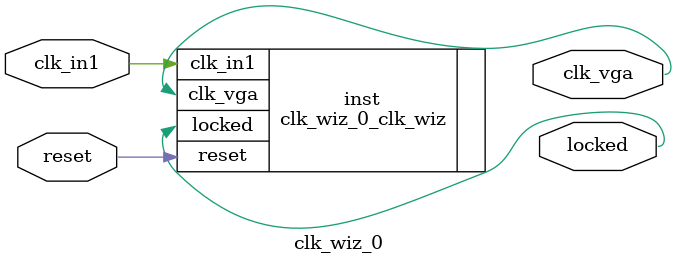
<source format=v>


`timescale 1ps/1ps

(* CORE_GENERATION_INFO = "clk_wiz_0,clk_wiz_v6_0_13_0_0,{component_name=clk_wiz_0,use_phase_alignment=true,use_min_o_jitter=false,use_max_i_jitter=false,use_dyn_phase_shift=false,use_inclk_switchover=false,use_dyn_reconfig=false,enable_axi=0,feedback_source=FDBK_AUTO,PRIMITIVE=MMCM,num_out_clk=1,clkin1_period=10.000,clkin2_period=10.000,use_power_down=false,use_reset=true,use_locked=true,use_inclk_stopped=false,feedback_type=SINGLE,CLOCK_MGR_TYPE=NA,manual_override=false}" *)

module clk_wiz_0 
 (
  // Clock out ports
  output        clk_vga,
  // Status and control signals
  input         reset,
  output        locked,
 // Clock in ports
  input         clk_in1
 );

  clk_wiz_0_clk_wiz inst
  (
  // Clock out ports  
  .clk_vga(clk_vga),
  // Status and control signals               
  .reset(reset), 
  .locked(locked),
 // Clock in ports
  .clk_in1(clk_in1)
  );

endmodule

</source>
